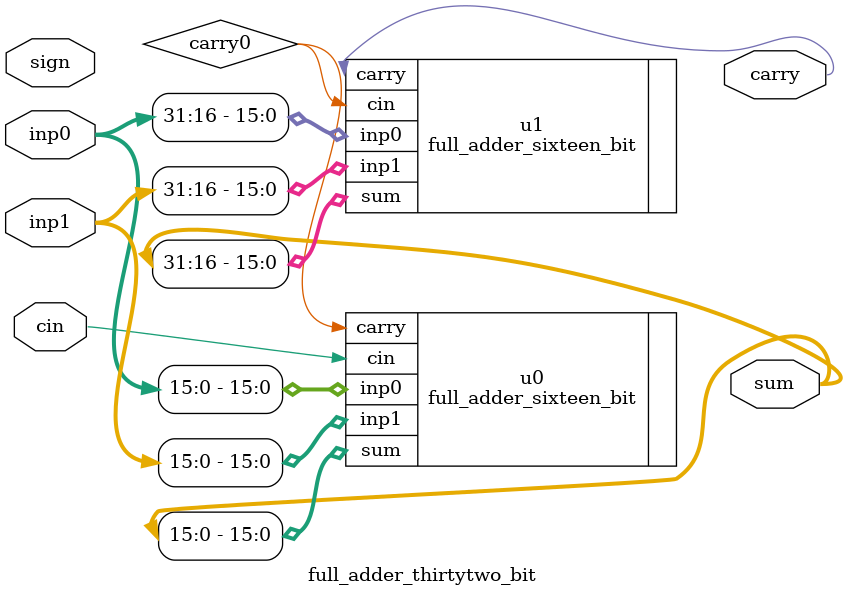
<source format=sv>
`timescale 1ns / 1ps
module full_adder_thirtytwo_bit(
    output logic [31:0] sum,
    output logic carry,
    input logic [31:0] inp0,
    input logic [31:0] inp1,
    input logic sign,
    input logic cin
    );
    //Internal wire instantiations
    logic carry0;
    
    //Single Bit Adder module instantiaions
    full_adder_sixteen_bit u0(.sum(sum[15:0]), .carry(carry0), .inp0(inp0[15:0]), .inp1(inp1[15:0]), .cin(cin));
    full_adder_sixteen_bit u1(.sum(sum[31:16]), .carry(carry), .inp0(inp0[31:16]), .inp1(inp1[31:16]), .cin(carry0));
    
    
endmodule

</source>
